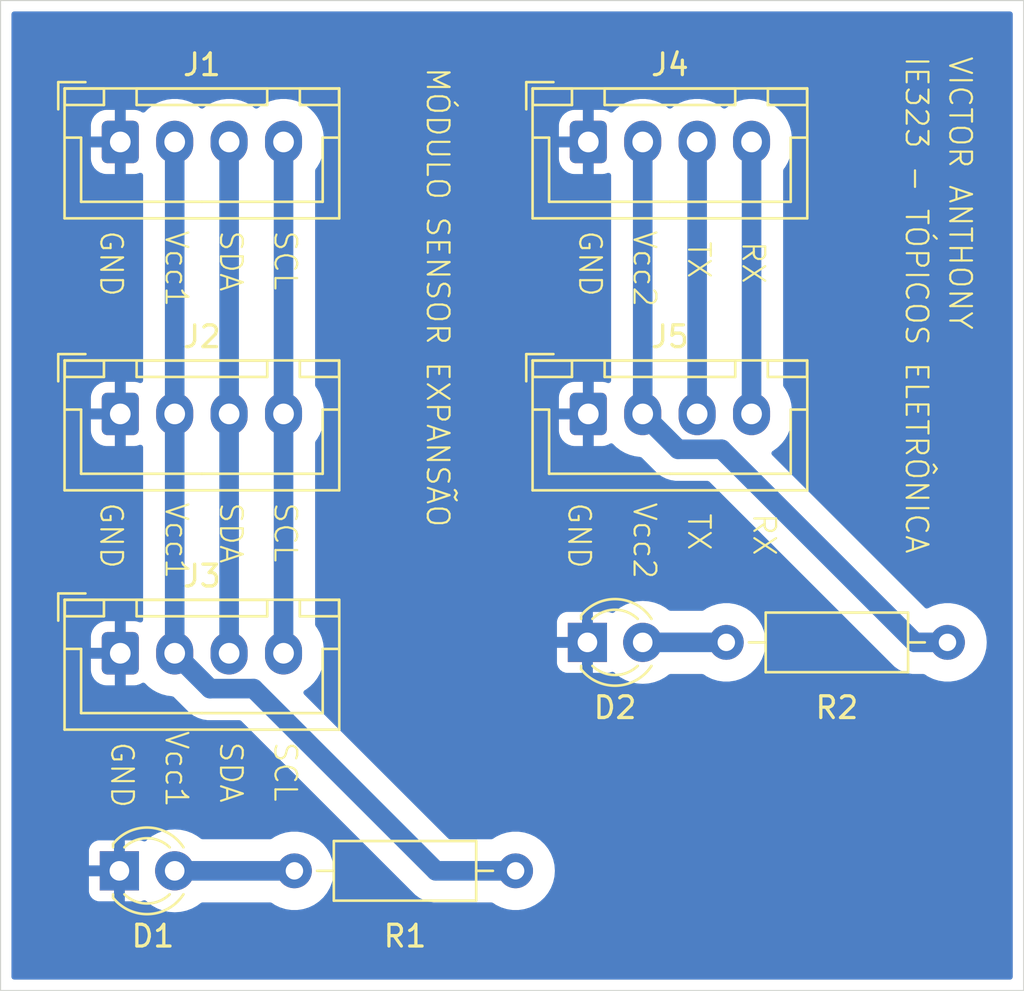
<source format=kicad_pcb>
(kicad_pcb (version 20240108) (generator "pcbnew") (generator_version "8.0")
  (layers (0 "F.Cu" signal) (31 "B.Cu" signal) (34 "B.Paste" user) (35 "F.Paste" user) (36 "B.SilkS" user "B.Silkscreen") (37 "F.SilkS" user "F.Silkscreen") (38 "B.Mask" user) (39 "F.Mask" user) (44 "Edge.Cuts" user))
  (net 0 "")
  (net 1 "Net-(D1-A)")
  (net 2 "GND")
  (net 3 "+3.3V")
  (net 4 "SDA")
  (net 5 "SCL")
  (net 6 "Net-(D2-A)")
  (net 7 "RX")
  (net 8 "TX")
  (net 9 "+5V")
  (footprint "Resistor_THT:R_Axial_DIN0207_L6.3mm_D2.5mm_P10.16mm_Horizontal" (layer "F.Cu") (at 104.84 79)
    (property "Reference" "R2" (at 5.08 3 0) (layer "F.SilkS"))
    (property "Value" "250R" (hide yes))
    (fp_line (start 1.04 0) (end 1.81 0) (stroke (width 0.12)) (layer "F.SilkS"))
    (fp_line (start 1.81 -1.37) (end 1.81 1.37) (stroke (width 0.12)) (layer "F.SilkS"))
    (fp_line (start 1.81 1.37) (end 8.35 1.37) (stroke (width 0.12)) (layer "F.SilkS"))
    (fp_line (start 8.35 -1.37) (end 1.81 -1.37) (stroke (width 0.12)) (layer "F.SilkS"))
    (fp_line (start 8.35 1.37) (end 8.35 -1.37) (stroke (width 0.12)) (layer "F.SilkS"))
    (fp_line (start 9.12 0) (end 8.35 0) (stroke (width 0.12)) (layer "F.SilkS"))
    (pad "1" thru_hole circle (at 0 0) (size 1.6 1.6) (drill 0.8) (layers "*.Cu" "*.Mask") (net 6 "Net-(D2-A)"))
    (pad "2" thru_hole oval (at 10.16 0) (size 1.6 1.6) (drill 0.8) (layers "*.Cu" "*.Mask") (net 9 "+5V"))
  )
  (footprint "Resistor_THT:R_Axial_DIN0207_L6.3mm_D2.5mm_P10.16mm_Horizontal" (layer "F.Cu") (at 95.16 89.5 180)
    (property "Reference" "R1" (at 5.08 -3 360) (layer "F.SilkS"))
    (property "Value" "165R" (hide yes))
    (fp_line (start 9.12 0) (end 8.35 0) (stroke (width 0.12)) (layer "F.SilkS"))
    (fp_line (start 8.35 1.37) (end 8.35 -1.37) (stroke (width 0.12)) (layer "F.SilkS"))
    (fp_line (start 8.35 -1.37) (end 1.81 -1.37) (stroke (width 0.12)) (layer "F.SilkS"))
    (fp_line (start 1.81 1.37) (end 8.35 1.37) (stroke (width 0.12)) (layer "F.SilkS"))
    (fp_line (start 1.81 -1.37) (end 1.81 1.37) (stroke (width 0.12)) (layer "F.SilkS"))
    (fp_line (start 1.04 0) (end 1.81 0) (stroke (width 0.12)) (layer "F.SilkS"))
    (pad "1" thru_hole circle (at 0 0 180) (size 1.6 1.6) (drill 0.8) (layers "*.Cu" "*.Mask") (net 3 "+3.3V"))
    (pad "2" thru_hole oval (at 10.16 0 180) (size 1.6 1.6) (drill 0.8) (layers "*.Cu" "*.Mask") (net 1 "Net-(D1-A)"))
  )
  (footprint "Connector_JST:JST_XH_B4B-XH-A_1x04_P2.50mm_Vertical" (layer "F.Cu") (at 77 68.5)
    (property "Reference" "J2" (at 3.75 -3.55 0) (layer "F.SilkS"))
    (property "Value" "Conn_01x04" (hide yes))
    (fp_line (start -2.85 -2.75) (end -2.85 -1.5) (stroke (width 0.12)) (layer "F.SilkS"))
    (fp_line (start -2.56 -2.46) (end -2.56 3.51) (stroke (width 0.12)) (layer "F.SilkS"))
    (fp_line (start -2.56 3.51) (end 10.06 3.51) (stroke (width 0.12)) (layer "F.SilkS"))
    (fp_line (start -2.55 -2.45) (end -2.55 -1.7) (stroke (width 0.12)) (layer "F.SilkS"))
    (fp_line (start -2.55 -1.7) (end -0.75 -1.7) (stroke (width 0.12)) (layer "F.SilkS"))
    (fp_line (start -2.55 -0.2) (end -1.8 -0.2) (stroke (width 0.12)) (layer "F.SilkS"))
    (fp_line (start -1.8 -0.2) (end -1.8 2.75) (stroke (width 0.12)) (layer "F.SilkS"))
    (fp_line (start -1.8 2.75) (end 3.75 2.75) (stroke (width 0.12)) (layer "F.SilkS"))
    (fp_line (start -1.6 -2.75) (end -2.85 -2.75) (stroke (width 0.12)) (layer "F.SilkS"))
    (fp_line (start -0.75 -2.45) (end -2.55 -2.45) (stroke (width 0.12)) (layer "F.SilkS"))
    (fp_line (start -0.75 -1.7) (end -0.75 -2.45) (stroke (width 0.12)) (layer "F.SilkS"))
    (fp_line (start 0.75 -2.45) (end 0.75 -1.7) (stroke (width 0.12)) (layer "F.SilkS"))
    (fp_line (start 0.75 -1.7) (end 6.75 -1.7) (stroke (width 0.12)) (layer "F.SilkS"))
    (fp_line (start 6.75 -2.45) (end 0.75 -2.45) (stroke (width 0.12)) (layer "F.SilkS"))
    (fp_line (start 6.75 -1.7) (end 6.75 -2.45) (stroke (width 0.12)) (layer "F.SilkS"))
    (fp_line (start 8.25 -2.45) (end 8.25 -1.7) (stroke (width 0.12)) (layer "F.SilkS"))
    (fp_line (start 8.25 -1.7) (end 10.05 -1.7) (stroke (width 0.12)) (layer "F.SilkS"))
    (fp_line (start 9.3 -0.2) (end 9.3 2.75) (stroke (width 0.12)) (layer "F.SilkS"))
    (fp_line (start 9.3 2.75) (end 3.75 2.75) (stroke (width 0.12)) (layer "F.SilkS"))
    (fp_line (start 10.05 -2.45) (end 8.25 -2.45) (stroke (width 0.12)) (layer "F.SilkS"))
    (fp_line (start 10.05 -1.7) (end 10.05 -2.45) (stroke (width 0.12)) (layer "F.SilkS"))
    (fp_line (start 10.05 -0.2) (end 9.3 -0.2) (stroke (width 0.12)) (layer "F.SilkS"))
    (fp_line (start 10.06 -2.46) (end -2.56 -2.46) (stroke (width 0.12)) (layer "F.SilkS"))
    (fp_line (start 10.06 3.51) (end 10.06 -2.46) (stroke (width 0.12)) (layer "F.SilkS"))
    (pad "1" thru_hole roundrect (at 0 0) (size 1.7 1.95) (drill 0.95) (layers "*.Cu" "*.Mask") (roundrect_rratio 0.147059) (net 2 "GND"))
    (pad "2" thru_hole oval (at 2.5 0) (size 1.7 1.95) (drill 0.95) (layers "*.Cu" "*.Mask") (net 3 "+3.3V"))
    (pad "3" thru_hole oval (at 5 0) (size 1.7 1.95) (drill 0.95) (layers "*.Cu" "*.Mask") (net 4 "SDA"))
    (pad "4" thru_hole oval (at 7.5 0) (size 1.7 1.95) (drill 0.95) (layers "*.Cu" "*.Mask") (net 5 "SCL"))
  )
  (footprint "LED_THT:LED_D3.0mm" (layer "F.Cu") (at 76.96 89.5)
    (property "Reference" "D1" (at 1.54 3 0) (layer "F.SilkS"))
    (property "Value" "LED " (hide yes))
    (fp_line (start -0.29 -1.236) (end -0.29 -1.08) (stroke (width 0.12)) (layer "F.SilkS"))
    (fp_line (start -0.29 1.08) (end -0.29 1.236) (stroke (width 0.12)) (layer "F.SilkS"))
    (fp_arc (start -0.29 -1.235516) (mid 1.366487 -1.987659) (end 2.942335 -1.078608) (stroke (width 0.12)) (layer "F.SilkS"))
    (fp_arc (start 0.229039 -1.08) (mid 1.270117 -1.5) (end 2.31113 -1.079837) (stroke (width 0.12)) (layer "F.SilkS"))
    (fp_arc (start 2.31113 1.079837) (mid 1.270117 1.5) (end 0.229039 1.08) (stroke (width 0.12)) (layer "F.SilkS"))
    (fp_arc (start 2.942335 1.078608) (mid 1.366487 1.987659) (end -0.29 1.235516) (stroke (width 0.12)) (layer "F.SilkS"))
    (pad "1" thru_hole rect (at 0 0) (size 1.8 1.8) (drill 0.9) (layers "*.Cu" "*.Mask") (net 2 "GND"))
    (pad "2" thru_hole circle (at 2.54 0) (size 1.8 1.8) (drill 0.9) (layers "*.Cu" "*.Mask") (net 1 "Net-(D1-A)"))
  )
  (footprint "LED_THT:LED_D3.0mm" (layer "F.Cu") (at 98.46 79)
    (property "Reference" "D2" (at 1.27 3 0) (layer "F.SilkS"))
    (property "Value" "LED" (hide yes))
    (fp_line (start -0.29 -1.236) (end -0.29 -1.08) (stroke (width 0.12)) (layer "F.SilkS"))
    (fp_line (start -0.29 1.08) (end -0.29 1.236) (stroke (width 0.12)) (layer "F.SilkS"))
    (fp_arc (start -0.29 -1.235516) (mid 1.366487 -1.987659) (end 2.942335 -1.078608) (stroke (width 0.12)) (layer "F.SilkS"))
    (fp_arc (start 0.229039 -1.08) (mid 1.270117 -1.5) (end 2.31113 -1.079837) (stroke (width 0.12)) (layer "F.SilkS"))
    (fp_arc (start 2.31113 1.079837) (mid 1.270117 1.5) (end 0.229039 1.08) (stroke (width 0.12)) (layer "F.SilkS"))
    (fp_arc (start 2.942335 1.078608) (mid 1.366487 1.987659) (end -0.29 1.235516) (stroke (width 0.12)) (layer "F.SilkS"))
    (pad "1" thru_hole rect (at 0 0) (size 1.8 1.8) (drill 0.9) (layers "*.Cu" "*.Mask") (net 2 "GND"))
    (pad "2" thru_hole circle (at 2.54 0) (size 1.8 1.8) (drill 0.9) (layers "*.Cu" "*.Mask") (net 6 "Net-(D2-A)"))
  )
  (footprint "Connector_JST:JST_XH_B4B-XH-A_1x04_P2.50mm_Vertical" (layer "F.Cu") (at 98.5 56)
    (property "Reference" "J4" (at 3.75 -3.55 0) (layer "F.SilkS"))
    (property "Value" "Conn_01x04" (hide yes))
    (fp_line (start -2.85 -2.75) (end -2.85 -1.5) (stroke (width 0.12)) (layer "F.SilkS"))
    (fp_line (start -2.56 -2.46) (end -2.56 3.51) (stroke (width 0.12)) (layer "F.SilkS"))
    (fp_line (start -2.56 3.51) (end 10.06 3.51) (stroke (width 0.12)) (layer "F.SilkS"))
    (fp_line (start -2.55 -2.45) (end -2.55 -1.7) (stroke (width 0.12)) (layer "F.SilkS"))
    (fp_line (start -2.55 -1.7) (end -0.75 -1.7) (stroke (width 0.12)) (layer "F.SilkS"))
    (fp_line (start -2.55 -0.2) (end -1.8 -0.2) (stroke (width 0.12)) (layer "F.SilkS"))
    (fp_line (start -1.8 -0.2) (end -1.8 2.75) (stroke (width 0.12)) (layer "F.SilkS"))
    (fp_line (start -1.8 2.75) (end 3.75 2.75) (stroke (width 0.12)) (layer "F.SilkS"))
    (fp_line (start -1.6 -2.75) (end -2.85 -2.75) (stroke (width 0.12)) (layer "F.SilkS"))
    (fp_line (start -0.75 -2.45) (end -2.55 -2.45) (stroke (width 0.12)) (layer "F.SilkS"))
    (fp_line (start -0.75 -1.7) (end -0.75 -2.45) (stroke (width 0.12)) (layer "F.SilkS"))
    (fp_line (start 0.75 -2.45) (end 0.75 -1.7) (stroke (width 0.12)) (layer "F.SilkS"))
    (fp_line (start 0.75 -1.7) (end 6.75 -1.7) (stroke (width 0.12)) (layer "F.SilkS"))
    (fp_line (start 6.75 -2.45) (end 0.75 -2.45) (stroke (width 0.12)) (layer "F.SilkS"))
    (fp_line (start 6.75 -1.7) (end 6.75 -2.45) (stroke (width 0.12)) (layer "F.SilkS"))
    (fp_line (start 8.25 -2.45) (end 8.25 -1.7) (stroke (width 0.12)) (layer "F.SilkS"))
    (fp_line (start 8.25 -1.7) (end 10.05 -1.7) (stroke (width 0.12)) (layer "F.SilkS"))
    (fp_line (start 9.3 -0.2) (end 9.3 2.75) (stroke (width 0.12)) (layer "F.SilkS"))
    (fp_line (start 9.3 2.75) (end 3.75 2.75) (stroke (width 0.12)) (layer "F.SilkS"))
    (fp_line (start 10.05 -2.45) (end 8.25 -2.45) (stroke (width 0.12)) (layer "F.SilkS"))
    (fp_line (start 10.05 -1.7) (end 10.05 -2.45) (stroke (width 0.12)) (layer "F.SilkS"))
    (fp_line (start 10.05 -0.2) (end 9.3 -0.2) (stroke (width 0.12)) (layer "F.SilkS"))
    (fp_line (start 10.06 -2.46) (end -2.56 -2.46) (stroke (width 0.12)) (layer "F.SilkS"))
    (fp_line (start 10.06 3.51) (end 10.06 -2.46) (stroke (width 0.12)) (layer "F.SilkS"))
    (pad "1" thru_hole roundrect (at 0 0) (size 1.7 1.95) (drill 0.95) (layers "*.Cu" "*.Mask") (roundrect_rratio 0.147059) (net 2 "GND"))
    (pad "2" thru_hole oval (at 2.5 0) (size 1.7 1.95) (drill 0.95) (layers "*.Cu" "*.Mask") (net 9 "+5V"))
    (pad "3" thru_hole oval (at 5 0) (size 1.7 1.95) (drill 0.95) (layers "*.Cu" "*.Mask") (net 8 "TX"))
    (pad "4" thru_hole oval (at 7.5 0) (size 1.7 1.95) (drill 0.95) (layers "*.Cu" "*.Mask") (net 7 "RX"))
  )
  (footprint "Connector_JST:JST_XH_B4B-XH-A_1x04_P2.50mm_Vertical" (layer "F.Cu") (at 77 79.5)
    (property "Reference" "J3" (at 3.75 -3.55 0) (layer "F.SilkS"))
    (property "Value" "Conn_01x04" (hide yes))
    (fp_line (start -2.85 -2.75) (end -2.85 -1.5) (stroke (width 0.12)) (layer "F.SilkS"))
    (fp_line (start -2.56 -2.46) (end -2.56 3.51) (stroke (width 0.12)) (layer "F.SilkS"))
    (fp_line (start -2.56 3.51) (end 10.06 3.51) (stroke (width 0.12)) (layer "F.SilkS"))
    (fp_line (start -2.55 -2.45) (end -2.55 -1.7) (stroke (width 0.12)) (layer "F.SilkS"))
    (fp_line (start -2.55 -1.7) (end -0.75 -1.7) (stroke (width 0.12)) (layer "F.SilkS"))
    (fp_line (start -2.55 -0.2) (end -1.8 -0.2) (stroke (width 0.12)) (layer "F.SilkS"))
    (fp_line (start -1.8 -0.2) (end -1.8 2.75) (stroke (width 0.12)) (layer "F.SilkS"))
    (fp_line (start -1.8 2.75) (end 3.75 2.75) (stroke (width 0.12)) (layer "F.SilkS"))
    (fp_line (start -1.6 -2.75) (end -2.85 -2.75) (stroke (width 0.12)) (layer "F.SilkS"))
    (fp_line (start -0.75 -2.45) (end -2.55 -2.45) (stroke (width 0.12)) (layer "F.SilkS"))
    (fp_line (start -0.75 -1.7) (end -0.75 -2.45) (stroke (width 0.12)) (layer "F.SilkS"))
    (fp_line (start 0.75 -2.45) (end 0.75 -1.7) (stroke (width 0.12)) (layer "F.SilkS"))
    (fp_line (start 0.75 -1.7) (end 6.75 -1.7) (stroke (width 0.12)) (layer "F.SilkS"))
    (fp_line (start 6.75 -2.45) (end 0.75 -2.45) (stroke (width 0.12)) (layer "F.SilkS"))
    (fp_line (start 6.75 -1.7) (end 6.75 -2.45) (stroke (width 0.12)) (layer "F.SilkS"))
    (fp_line (start 8.25 -2.45) (end 8.25 -1.7) (stroke (width 0.12)) (layer "F.SilkS"))
    (fp_line (start 8.25 -1.7) (end 10.05 -1.7) (stroke (width 0.12)) (layer "F.SilkS"))
    (fp_line (start 9.3 -0.2) (end 9.3 2.75) (stroke (width 0.12)) (layer "F.SilkS"))
    (fp_line (start 9.3 2.75) (end 3.75 2.75) (stroke (width 0.12)) (layer "F.SilkS"))
    (fp_line (start 10.05 -2.45) (end 8.25 -2.45) (stroke (width 0.12)) (layer "F.SilkS"))
    (fp_line (start 10.05 -1.7) (end 10.05 -2.45) (stroke (width 0.12)) (layer "F.SilkS"))
    (fp_line (start 10.05 -0.2) (end 9.3 -0.2) (stroke (width 0.12)) (layer "F.SilkS"))
    (fp_line (start 10.06 -2.46) (end -2.56 -2.46) (stroke (width 0.12)) (layer "F.SilkS"))
    (fp_line (start 10.06 3.51) (end 10.06 -2.46) (stroke (width 0.12)) (layer "F.SilkS"))
    (pad "1" thru_hole roundrect (at 0 0) (size 1.7 1.95) (drill 0.95) (layers "*.Cu" "*.Mask") (roundrect_rratio 0.147059) (net 2 "GND"))
    (pad "2" thru_hole oval (at 2.5 0) (size 1.7 1.95) (drill 0.95) (layers "*.Cu" "*.Mask") (net 3 "+3.3V"))
    (pad "3" thru_hole oval (at 5 0) (size 1.7 1.95) (drill 0.95) (layers "*.Cu" "*.Mask") (net 4 "SDA"))
    (pad "4" thru_hole oval (at 7.5 0) (size 1.7 1.95) (drill 0.95) (layers "*.Cu" "*.Mask") (net 5 "SCL"))
  )
  (footprint "Connector_JST:JST_XH_B4B-XH-A_1x04_P2.50mm_Vertical" (layer "F.Cu") (at 77 56)
    (property "Reference" "J1" (at 3.75 -3.55 0) (layer "F.SilkS"))
    (property "Value" "Conn_01x04" (hide yes))
    (fp_line (start -2.85 -2.75) (end -2.85 -1.5) (stroke (width 0.12)) (layer "F.SilkS"))
    (fp_line (start -2.56 -2.46) (end -2.56 3.51) (stroke (width 0.12)) (layer "F.SilkS"))
    (fp_line (start -2.56 3.51) (end 10.06 3.51) (stroke (width 0.12)) (layer "F.SilkS"))
    (fp_line (start -2.55 -2.45) (end -2.55 -1.7) (stroke (width 0.12)) (layer "F.SilkS"))
    (fp_line (start -2.55 -1.7) (end -0.75 -1.7) (stroke (width 0.12)) (layer "F.SilkS"))
    (fp_line (start -2.55 -0.2) (end -1.8 -0.2) (stroke (width 0.12)) (layer "F.SilkS"))
    (fp_line (start -1.8 -0.2) (end -1.8 2.75) (stroke (width 0.12)) (layer "F.SilkS"))
    (fp_line (start -1.8 2.75) (end 3.75 2.75) (stroke (width 0.12)) (layer "F.SilkS"))
    (fp_line (start -1.6 -2.75) (end -2.85 -2.75) (stroke (width 0.12)) (layer "F.SilkS"))
    (fp_line (start -0.75 -2.45) (end -2.55 -2.45) (stroke (width 0.12)) (layer "F.SilkS"))
    (fp_line (start -0.75 -1.7) (end -0.75 -2.45) (stroke (width 0.12)) (layer "F.SilkS"))
    (fp_line (start 0.75 -2.45) (end 0.75 -1.7) (stroke (width 0.12)) (layer "F.SilkS"))
    (fp_line (start 0.75 -1.7) (end 6.75 -1.7) (stroke (width 0.12)) (layer "F.SilkS"))
    (fp_line (start 6.75 -2.45) (end 0.75 -2.45) (stroke (width 0.12)) (layer "F.SilkS"))
    (fp_line (start 6.75 -1.7) (end 6.75 -2.45) (stroke (width 0.12)) (layer "F.SilkS"))
    (fp_line (start 8.25 -2.45) (end 8.25 -1.7) (stroke (width 0.12)) (layer "F.SilkS"))
    (fp_line (start 8.25 -1.7) (end 10.05 -1.7) (stroke (width 0.12)) (layer "F.SilkS"))
    (fp_line (start 9.3 -0.2) (end 9.3 2.75) (stroke (width 0.12)) (layer "F.SilkS"))
    (fp_line (start 9.3 2.75) (end 3.75 2.75) (stroke (width 0.12)) (layer "F.SilkS"))
    (fp_line (start 10.05 -2.45) (end 8.25 -2.45) (stroke (width 0.12)) (layer "F.SilkS"))
    (fp_line (start 10.05 -1.7) (end 10.05 -2.45) (stroke (width 0.12)) (layer "F.SilkS"))
    (fp_line (start 10.05 -0.2) (end 9.3 -0.2) (stroke (width 0.12)) (layer "F.SilkS"))
    (fp_line (start 10.06 -2.46) (end -2.56 -2.46) (stroke (width 0.12)) (layer "F.SilkS"))
    (fp_line (start 10.06 3.51) (end 10.06 -2.46) (stroke (width 0.12)) (layer "F.SilkS"))
    (pad "1" thru_hole roundrect (at 0 0) (size 1.7 1.95) (drill 0.95) (layers "*.Cu" "*.Mask") (roundrect_rratio 0.147059) (net 2 "GND"))
    (pad "2" thru_hole oval (at 2.5 0) (size 1.7 1.95) (drill 0.95) (layers "*.Cu" "*.Mask") (net 3 "+3.3V"))
    (pad "3" thru_hole oval (at 5 0) (size 1.7 1.95) (drill 0.95) (layers "*.Cu" "*.Mask") (net 4 "SDA"))
    (pad "4" thru_hole oval (at 7.5 0) (size 1.7 1.95) (drill 0.95) (layers "*.Cu" "*.Mask") (net 5 "SCL"))
  )
  (footprint "Connector_JST:JST_XH_B4B-XH-A_1x04_P2.50mm_Vertical" (layer "F.Cu") (at 98.5 68.5)
    (property "Reference" "J5" (at 3.75 -3.55 0) (layer "F.SilkS"))
    (property "Value" "Conn_01x04" (hide yes))
    (fp_line (start -2.85 -2.75) (end -2.85 -1.5) (stroke (width 0.12)) (layer "F.SilkS"))
    (fp_line (start -2.56 -2.46) (end -2.56 3.51) (stroke (width 0.12)) (layer "F.SilkS"))
    (fp_line (start -2.56 3.51) (end 10.06 3.51) (stroke (width 0.12)) (layer "F.SilkS"))
    (fp_line (start -2.55 -2.45) (end -2.55 -1.7) (stroke (width 0.12)) (layer "F.SilkS"))
    (fp_line (start -2.55 -1.7) (end -0.75 -1.7) (stroke (width 0.12)) (layer "F.SilkS"))
    (fp_line (start -2.55 -0.2) (end -1.8 -0.2) (stroke (width 0.12)) (layer "F.SilkS"))
    (fp_line (start -1.8 -0.2) (end -1.8 2.75) (stroke (width 0.12)) (layer "F.SilkS"))
    (fp_line (start -1.8 2.75) (end 3.75 2.75) (stroke (width 0.12)) (layer "F.SilkS"))
    (fp_line (start -1.6 -2.75) (end -2.85 -2.75) (stroke (width 0.12)) (layer "F.SilkS"))
    (fp_line (start -0.75 -2.45) (end -2.55 -2.45) (stroke (width 0.12)) (layer "F.SilkS"))
    (fp_line (start -0.75 -1.7) (end -0.75 -2.45) (stroke (width 0.12)) (layer "F.SilkS"))
    (fp_line (start 0.75 -2.45) (end 0.75 -1.7) (stroke (width 0.12)) (layer "F.SilkS"))
    (fp_line (start 0.75 -1.7) (end 6.75 -1.7) (stroke (width 0.12)) (layer "F.SilkS"))
    (fp_line (start 6.75 -2.45) (end 0.75 -2.45) (stroke (width 0.12)) (layer "F.SilkS"))
    (fp_line (start 6.75 -1.7) (end 6.75 -2.45) (stroke (width 0.12)) (layer "F.SilkS"))
    (fp_line (start 8.25 -2.45) (end 8.25 -1.7) (stroke (width 0.12)) (layer "F.SilkS"))
    (fp_line (start 8.25 -1.7) (end 10.05 -1.7) (stroke (width 0.12)) (layer "F.SilkS"))
    (fp_line (start 9.3 -0.2) (end 9.3 2.75) (stroke (width 0.12)) (layer "F.SilkS"))
    (fp_line (start 9.3 2.75) (end 3.75 2.75) (stroke (width 0.12)) (layer "F.SilkS"))
    (fp_line (start 10.05 -2.45) (end 8.25 -2.45) (stroke (width 0.12)) (layer "F.SilkS"))
    (fp_line (start 10.05 -1.7) (end 10.05 -2.45) (stroke (width 0.12)) (layer "F.SilkS"))
    (fp_line (start 10.05 -0.2) (end 9.3 -0.2) (stroke (width 0.12)) (layer "F.SilkS"))
    (fp_line (start 10.06 -2.46) (end -2.56 -2.46) (stroke (width 0.12)) (layer "F.SilkS"))
    (fp_line (start 10.06 3.51) (end 10.06 -2.46) (stroke (width 0.12)) (layer "F.SilkS"))
    (pad "1" thru_hole roundrect (at 0 0) (size 1.7 1.95) (drill 0.95) (layers "*.Cu" "*.Mask") (roundrect_rratio 0.147059) (net 2 "GND"))
    (pad "2" thru_hole oval (at 2.5 0) (size 1.7 1.95) (drill 0.95) (layers "*.Cu" "*.Mask") (net 9 "+5V"))
    (pad "3" thru_hole oval (at 5 0) (size 1.7 1.95) (drill 0.95) (layers "*.Cu" "*.Mask") (net 8 "TX"))
    (pad "4" thru_hole oval (at 7.5 0) (size 1.7 1.95) (drill 0.95) (layers "*.Cu" "*.Mask") (net 7 "RX"))
  )
  (gr_rect (start 71.5 49.5) (end 118.5 95) (stroke (width 0.05)) (fill none) (layer "Edge.Cuts"))
  (gr_text "RX" (at 105.5 60.5 -90) (layer "F.SilkS") (effects (font (size 1 1) (thickness 0.1)) (justify left bottom)))
  (gr_text "GND" (at 76 72.5 -90) (layer "F.SilkS") (effects (font (size 1 1) (thickness 0.1)) (justify left bottom)))
  (gr_text "SCL" (at 84 83.5 -90) (layer "F.SilkS") (effects (font (size 1 1) (thickness 0.1)) (justify left bottom)))
  (gr_text "Vcc1" (at 79 83 270) (layer "F.SilkS") (effects (font (size 1 1) (thickness 0.1)) (justify left bottom)))
  (gr_text "Vcc1" (at 79 72.5 270) (layer "F.SilkS") (effects (font (size 1 1) (thickness 0.1)) (justify left bottom)))
  (gr_text "GND" (at 98 60 -90) (layer "F.SilkS") (effects (font (size 1 1) (thickness 0.1)) (justify left bottom)))
  (gr_text "Vcc2" (at 100.5 72.5 -90) (layer "F.SilkS") (effects (font (size 1 1) (thickness 0.1)) (justify left bottom)))
  (gr_text "VICTOR ANTHONY" (at 115 52 -90) (layer "F.SilkS") (effects (font (size 1 1) (thickness 0.1)) (justify left bottom)))
  (gr_text "SCL" (at 84 72.5 -90) (layer "F.SilkS") (effects (font (size 1 1) (thickness 0.1)) (justify left bottom)))
  (gr_text "SDA" (at 81.5 72.5 -90) (layer "F.SilkS") (effects (font (size 1 1) (thickness 0.1)) (justify left bottom)))
  (gr_text "GND" (at 76 60 -90) (layer "F.SilkS") (effects (font (size 1 1) (thickness 0.1)) (justify left bottom)))
  (gr_text "GND" (at 97.5 72.5 -90) (layer "F.SilkS") (effects (font (size 1 1) (thickness 0.1)) (justify left bottom)))
  (gr_text "GND" (at 76.5 83.5 -90) (layer "F.SilkS") (effects (font (size 1 1) (thickness 0.1)) (justify left bottom)))
  (gr_text "MÓDULO SENSOR EXPANSÃO" (at 91 52.5 -90) (layer "F.SilkS") (effects (font (size 1 1) (thickness 0.1)) (justify left bottom)))
  (gr_text "SCL" (at 84 60 -90) (layer "F.SilkS") (effects (font (size 1 1) (thickness 0.1)) (justify left bottom)))
  (gr_text "Vcc2" (at 100.5 60 -90) (layer "F.SilkS") (effects (font (size 1 1) (thickness 0.1)) (justify left bottom)))
  (gr_text "TX" (at 103 60.5 -90) (layer "F.SilkS") (effects (font (size 1 1) (thickness 0.1)) (justify left bottom)))
  (gr_text "IE323 - TÓPICOS ELETRÔNICA" (at 113 52 -90) (layer "F.SilkS") (effects (font (size 1 1) (thickness 0.1)) (justify left bottom)))
  (gr_text "SDA" (at 81.5 83.5 -90) (layer "F.SilkS") (effects (font (size 1 1) (thickness 0.1)) (justify left bottom)))
  (gr_text "SDA" (at 81.5 60 -90) (layer "F.SilkS") (effects (font (size 1 1) (thickness 0.1)) (justify left bottom)))
  (gr_text "RX" (at 106 73 -90) (layer "F.SilkS") (effects (font (size 1 1) (thickness 0.1)) (justify left bottom)))
  (gr_text "Vcc1" (at 79 60 270) (layer "F.SilkS") (effects (font (size 1 1) (thickness 0.1)) (justify left bottom)))
  (gr_text "TX" (at 103 73 -90) (layer "F.SilkS") (effects (font (size 1 1) (thickness 0.1)) (justify left bottom)))
  (segment (start 79.5 89.5) (end 85 89.5) (width 0.9) (layer "B.Cu") (net 1))
  (segment (start 91.5 89.5) (end 95.16 89.5) (width 0.9) (layer "B.Cu") (net 3))
  (segment (start 79.5 79.5) (end 81.125 81.125) (width 0.9) (layer "B.Cu") (net 3))
  (segment (start 81.125 81.125) (end 83.125 81.125) (width 0.9) (layer "B.Cu") (net 3))
  (segment (start 83.125 81.125) (end 91.5 89.5) (width 0.9) (layer "B.Cu") (net 3))
  (segment (start 79.5 68.5) (end 79.5 79.5) (width 0.9) (layer "B.Cu") (net 3))
  (segment (start 79.5 56) (end 79.5 68.5) (width 0.9) (layer "B.Cu") (net 3))
  (segment (start 82 68.5) (end 82 79.5) (width 0.9) (layer "B.Cu") (net 4))
  (segment (start 82 56) (end 82 68.5) (width 0.9) (layer "B.Cu") (net 4))
  (segment (start 84.5 56) (end 84.5 68.5) (width 0.9) (layer "B.Cu") (net 5))
  (segment (start 84.5 68.5) (end 84.5 79.5) (width 0.9) (layer "B.Cu") (net 5))
  (segment (start 101 79) (end 104.84 79) (width 0.9) (layer "B.Cu") (net 6))
  (segment (start 106 56) (end 106 68.5) (width 0.9) (layer "B.Cu") (net 7))
  (segment (start 103.5 56) (end 103.5 68.5) (width 0.9) (layer "B.Cu") (net 8))
  (segment (start 113.5 79) (end 115 79) (width 0.9) (layer "B.Cu") (net 9))
  (segment (start 104.625 70.125) (end 113.5 79) (width 0.9) (layer "B.Cu") (net 9))
  (segment (start 101 68.5) (end 102.625 70.125) (width 0.9) (layer "B.Cu") (net 9))
  (segment (start 101 56) (end 101 68.5) (width 0.9) (layer "B.Cu") (net 9))
  (segment (start 102.625 70.125) (end 104.625 70.125) (width 0.9) (layer "B.Cu") (net 9))
  (zone (net 2) (net_name "GND") (layer "B.Cu") (connect_pads (clearance 1)) (min_thickness 0.25) (fill yes (thermal_gap 0.5) (thermal_bridge_width 0.5))
    (polygon (pts (xy 71.5 49.5) (xy 118.5 49.5) (xy 118.5 95) (xy 71.5 95)))
  )
)
</source>
